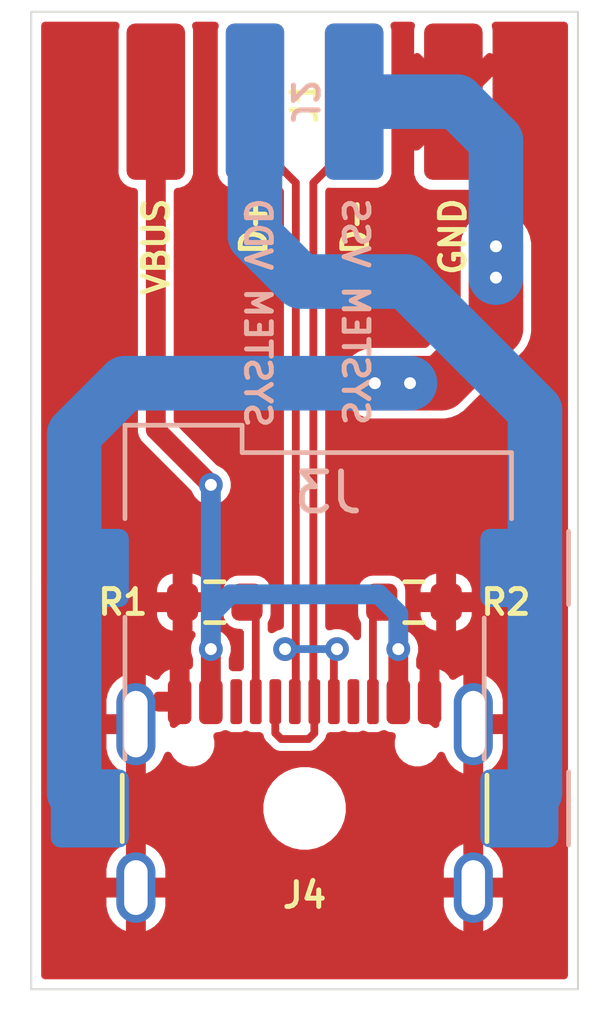
<source format=kicad_pcb>
(kicad_pcb (version 20241229) (generator "pcbnew") (generator_version "9.0")
  (layers (0 "F.Cu" signal) (2 "B.Cu" signal) (13 "F.Paste" user) (15 "B.Paste" user) (5 "F.SilkS" user "F.Silkscreen") (7 "B.SilkS" user "B.Silkscreen") (1 "F.Mask" user) (3 "B.Mask" user) (25 "Edge.Cuts" user))
  (net 0 "")
  (net 1 "VBUS")
  (net 2 "GND")
  (net 3 "/D-")
  (net 4 "/D+")
  (net 5 "SYSTEM_VSS")
  (net 6 "SYSTEM_VDD")
  (net 8 "Net-(J4-CC1)")
  (net 9 "Net-(J4-CC2)")
  (footprint "Connector_USB:USB_C_Receptacle_GCT_USB4105-xx-A_16P_TopMnt_Horizontal" (layer "F.Cu") (at 104 74.3244)
    (property "Reference" "J4" (at 0 1.27 0) (layer "F.SilkS") (effects (font (size 0.635 0.635) (thickness 0.127) (bold yes))))
    (property "Value" "USB_C_Receptacle_USB2.0_16P")
    (fp_line (start -4.67 -0.1) (end -4.67 -1.8) (stroke (width 0.12)) (layer "F.SilkS"))
    (fp_line (start 4.67 -0.1) (end 4.67 -1.8) (stroke (width 0.12)) (layer "F.SilkS"))
    (pad "" np_thru_hole circle (at -2.89 -2.605) (size 0.65 0.65) (drill 0.65) (layers "*.Cu" "*.Mask"))
    (pad "" np_thru_hole circle (at 2.89 -2.605) (size 0.65 0.65) (drill 0.65) (layers "*.Cu" "*.Mask"))
    (pad "A1" smd roundrect (at -3.2 -3.68) (size 0.6 1.15) (layers "F.Cu" "F.Mask" "F.Paste") (net 2 "GND"))
    (pad "A4" smd roundrect (at -2.4 -3.68) (size 0.6 1.15) (layers "F.Cu" "F.Mask" "F.Paste") (net 1 "VBUS"))
    (pad "A5" smd roundrect (at -1.25 -3.679999) (size 0.3 1.15) (layers "F.Cu" "F.Mask" "F.Paste") (net 8 "Net-(J4-CC1)"))
    (pad "A6" smd roundrect (at -0.25 -3.68) (size 0.3 1.15) (layers "F.Cu" "F.Mask" "F.Paste") (net 4 "/D+"))
    (pad "A7" smd roundrect (at 0.25 -3.68) (size 0.3 1.15) (layers "F.Cu" "F.Mask" "F.Paste") (net 3 "/D-"))
    (pad "A8" smd roundrect (at 1.25 -3.679999) (size 0.3 1.15) (layers "F.Cu" "F.Mask" "F.Paste"))
    (pad "A9" smd roundrect (at 2.4 -3.68) (size 0.6 1.15) (layers "F.Cu" "F.Mask" "F.Paste") (net 1 "VBUS"))
    (pad "A12" smd roundrect (at 3.2 -3.68) (size 0.6 1.15) (layers "F.Cu" "F.Mask" "F.Paste") (net 2 "GND"))
    (pad "B1" smd roundrect (at 3.2 -3.68) (size 0.6 1.15) (layers "F.Cu" "F.Mask" "F.Paste") (net 2 "GND"))
    (pad "B4" smd roundrect (at 2.4 -3.68) (size 0.6 1.15) (layers "F.Cu" "F.Mask" "F.Paste") (net 1 "VBUS"))
    (pad "B5" smd roundrect (at 1.75 -3.68) (size 0.3 1.15) (layers "F.Cu" "F.Mask" "F.Paste") (net 9 "Net-(J4-CC2)"))
    (pad "B6" smd roundrect (at 0.75 -3.68) (size 0.3 1.15) (layers "F.Cu" "F.Mask" "F.Paste") (net 4 "/D+"))
    (pad "B7" smd roundrect (at -0.75 -3.68) (size 0.3 1.15) (layers "F.Cu" "F.Mask" "F.Paste") (net 3 "/D-"))
    (pad "B8" smd roundrect (at -1.75 -3.68) (size 0.3 1.15) (layers "F.Cu" "F.Mask" "F.Paste"))
    (pad "B9" smd roundrect (at -2.4 -3.68) (size 0.6 1.15) (layers "F.Cu" "F.Mask" "F.Paste") (net 1 "VBUS"))
    (pad "B12" smd roundrect (at -3.2 -3.68) (size 0.6 1.15) (layers "F.Cu" "F.Mask" "F.Paste") (net 2 "GND"))
    (pad "S1" thru_hole oval (at -4.32 -3.105) (size 1 2.1) (drill oval 0.6 1.7) (property pad_prop_heatsink) (layers "*.Cu" "*.Mask" "F.Paste") (net 2 "GND"))
    (pad "S1" thru_hole oval (at -4.32 1.075) (size 1 1.8) (drill oval 0.6 1.4) (property pad_prop_heatsink) (layers "*.Cu" "*.Mask" "F.Paste") (net 2 "GND"))
    (pad "S1" thru_hole oval (at 4.32 -3.105) (size 1 2.1) (drill oval 0.6 1.7) (property pad_prop_heatsink) (layers "*.Cu" "*.Mask" "F.Paste") (net 2 "GND"))
    (pad "S1" thru_hole oval (at 4.32 1.075) (size 1 1.8) (drill oval 0.6 1.4) (property pad_prop_heatsink) (layers "*.Cu" "*.Mask" "F.Paste") (net 2 "GND"))
  )
  (footprint "DaughterBoard:335-10-104-00-160000" (layer "F.Cu") (at 104 55.3)
    (property "Reference" "J1" (at 0 0 90) (layer "F.SilkS") (effects (font (size 0.635 0.635) (thickness 0.127) (bold yes))))
    (property "Value" "335-10-104-00-160000")
    (pad "1" smd roundrect (at -3.81 0) (size 1.5 4) (layers "F.Cu" "F.Mask" "F.Paste") (roundrect_rratio 0.15) (net 1 "VBUS"))
    (pad "2" smd roundrect (at -1.27 0) (size 1.5 4) (layers "F.Cu" "F.Mask" "F.Paste") (roundrect_rratio 0.15) (net 4 "/D+"))
    (pad "3" smd roundrect (at 1.27 0) (size 1.5 4) (layers "F.Cu" "F.Mask" "F.Paste") (roundrect_rratio 0.15) (net 3 "/D-"))
    (pad "4" smd roundrect (at 3.81 0) (size 1.5 4) (layers "F.Cu" "F.Mask" "F.Paste") (roundrect_rratio 0.15) (net 2 "GND"))
  )
  (footprint "Resistor_SMD:R_0603_1608Metric" (layer "F.Cu") (at 106.8 68.1)
    (property "Reference" "R2" (at 1.651 0 0) (layer "F.SilkS") (effects (font (size 0.635 0.635) (thickness 0.127) (bold yes)) (justify left)))
    (property "Value" "5k1")
    (fp_line (start -0.237258 -0.5225) (end 0.237258 -0.5225) (stroke (width 0.12)) (layer "F.SilkS"))
    (fp_line (start -0.237258 0.5225) (end 0.237258 0.5225) (stroke (width 0.12)) (layer "F.SilkS"))
    (pad "1" smd roundrect (at -0.825 0) (size 0.8 0.95) (layers "F.Cu" "F.Mask" "F.Paste") (net 9 "Net-(J4-CC2)"))
    (pad "2" smd roundrect (at 0.825 0) (size 0.8 0.95) (layers "F.Cu" "F.Mask" "F.Paste") (net 2 "GND"))
  )
  (footprint "Resistor_SMD:R_0603_1608Metric" (layer "F.Cu") (at 101.7 68.1 180)
    (property "Reference" "R1" (at 1.651 0 0) (layer "F.SilkS") (effects (font (size 0.635 0.635) (thickness 0.127) (bold yes)) (justify right)))
    (property "Value" "5k1")
    (fp_line (start -0.237258 0.5225) (end 0.237258 0.5225) (stroke (width 0.12)) (layer "F.SilkS"))
    (fp_line (start -0.237258 -0.5225) (end 0.237258 -0.5225) (stroke (width 0.12)) (layer "F.SilkS"))
    (pad "1" smd roundrect (at -0.825 0 180) (size 0.8 0.95) (layers "F.Cu" "F.Mask" "F.Paste") (net 8 "Net-(J4-CC1)"))
    (pad "2" smd roundrect (at 0.825 0 180) (size 0.8 0.95) (layers "F.Cu" "F.Mask" "F.Paste") (net 2 "GND"))
  )
  (footprint "Connector_BarrelJack:BarrelJack_Wuerth_694106106102_2.0x5.5mm" (layer "B.Cu") (at 104 70.3 180)
    (property "Reference" "J3" (at -0.6 5 0) (layer "B.SilkS") (effects (justify mirror)))
    (property "Value" "Barrel_Jack")
    (fp_line (start 4.6 6.725) (end 4.6 4.335) (stroke (width 0.12)) (layer "B.SilkS"))
    (fp_line (start 4.6 6.725) (end 1.6 6.725) (stroke (width 0.12)) (layer "B.SilkS"))
    (fp_line (start 4.6 1.815) (end 4.6 -1.815) (stroke (width 0.12)) (layer "B.SilkS"))
    (fp_line (start 1.6 6.725) (end 1.6 6.025) (stroke (width 0.12)) (layer "B.SilkS"))
    (fp_line (start 1.6 6.025) (end -5.3 6.025) (stroke (width 0.12)) (layer "B.SilkS"))
    (fp_line (start -4.6 1.795) (end -4.6 -1.815) (stroke (width 0.12)) (layer "B.SilkS"))
    (fp_line (start -5.3 4.335) (end -5.3 6.025) (stroke (width 0.12)) (layer "B.SilkS"))
    (fp_line (start -6.76 4.01) (end -6.76 2.14) (stroke (width 0.12)) (layer "B.SilkS"))
    (fp_line (start -6.76 -2.14) (end -6.76 -4.01) (stroke (width 0.12)) (layer "B.SilkS"))
    (pad "" np_thru_hole circle (at 0 -3.075 180) (size 1.6 1.6) (drill 1.6) (layers "*.Cu" "*.Mask"))
    (pad "1" smd roundrect (at -5.5 -3.075 180) (size 2 2) (layers "B.Cu" "B.Mask" "B.Paste") (roundrect_rratio 0.125) (net 6 "SYSTEM_VDD"))
    (pad "1" smd roundrect (at -5.5 3.075 180) (size 2 2) (layers "B.Cu" "B.Mask" "B.Paste") (roundrect_rratio 0.125) (net 6 "SYSTEM_VDD"))
    (pad "2" smd roundrect (at 5.5 -3.075 180) (size 2 2) (layers "B.Cu" "B.Mask" "B.Paste") (roundrect_rratio 0.125) (net 5 "SYSTEM_VSS"))
    (pad "3" smd roundrect (at 5.5 3.075 180) (size 2 2) (layers "B.Cu" "B.Mask" "B.Paste") (roundrect_rratio 0.125) (net 5 "SYSTEM_VSS"))
  )
  (footprint "DaughterBoard:335-10-102-00-160000" (layer "B.Cu") (at 104 55.3 180)
    (property "Reference" "J2" (at 0 0 270) (layer "B.SilkS") (effects (font (size 0.635 0.635) (thickness 0.127) (bold yes)) (justify mirror)))
    (property "Value" "335-10-102-00-160000")
    (pad "1" smd roundrect (at -1.270001 0 180) (size 1.5 4) (layers "B.Cu" "B.Mask" "B.Paste") (roundrect_rratio 0.15) (net 5 "SYSTEM_VSS"))
    (pad "2" smd roundrect (at 1.270001 0 180) (size 1.5 4) (layers "B.Cu" "B.Mask" "B.Paste") (roundrect_rratio 0.15) (net 6 "SYSTEM_VDD"))
  )
  (gr_rect (start 97 53) (end 111 78) (stroke (width 0.05)) (fill no) (layer "Edge.Cuts"))
  (gr_text "VBUS" (at 100.2 57.7 90) (layer "F.SilkS") (effects (font (size 0.635 0.635) (thickness 0.127) (bold yes)) (justify right)))
  (gr_text "GND" (at 107.8 57.7 90) (layer "F.SilkS") (effects (font (size 0.635 0.635) (thickness 0.127) (bold yes)) (justify right)))
  (gr_text "D-" (at 105.3 57.7 90) (layer "F.SilkS") (effects (font (size 0.635 0.635) (thickness 0.127) (bold yes)) (justify right)))
  (gr_text "D+" (at 102.7 57.7 90) (layer "F.SilkS") (effects (font (size 0.635 0.635) (thickness 0.127) (bold yes)) (justify right)))
  (gr_text "SYSTEM VSS" (at 105.3 57.7 270) (layer "B.SilkS") (effects (font (size 0.635 0.635) (thickness 0.127) (bold yes)) (justify right mirror)))
  (gr_text "SYSTEM VDD" (at 102.8 57.7 270) (layer "B.SilkS") (effects (font (size 0.635 0.635) (thickness 0.127) (bold yes)) (justify right mirror)))
  (segment (start 101.6 65.1) (end 100.19 63.69) (width 0.508) (layer "F.Cu") (net 1))
  (segment (start 101.6 70.6444) (end 101.6 69.3) (width 0.508) (layer "F.Cu") (net 1))
  (segment (start 100.19 63.69) (end 100.19 55.1) (width 0.508) (layer "F.Cu") (net 1))
  (segment (start 106.4 70.6444) (end 106.4 69.3) (width 0.508) (layer "F.Cu") (net 1))
  (via (at 101.6 65.1) (size 0.6096) (drill 0.3048) (layers "F.Cu" "B.Cu") (net 1))
  (via (at 101.6 69.3) (size 0.6096) (drill 0.3048) (layers "F.Cu" "B.Cu") (net 1))
  (via (at 106.4 69.3) (size 0.6096) (drill 0.3048) (layers "F.Cu" "B.Cu") (net 1))
  (segment (start 105.9 67.9) (end 106.4 68.4) (width 0.508) (layer "B.Cu") (net 1))
  (segment (start 106.4 68.4) (end 106.4 69.3) (width 0.508) (layer "B.Cu") (net 1))
  (segment (start 101.6 69.3) (end 101.6 65.1) (width 0.508) (layer "B.Cu") (net 1))
  (segment (start 102.1 67.9) (end 105.9 67.9) (width 0.508) (layer "B.Cu") (net 1))
  (segment (start 101.6 69.3) (end 101.6 68.4) (width 0.508) (layer "B.Cu") (net 1))
  (segment (start 101.6 68.4) (end 102.1 67.9) (width 0.508) (layer "B.Cu") (net 1))
  (segment (start 99.7556 70.6444) (end 99.7 70.7) (width 0.635) (layer "F.Cu") (net 2))
  (segment (start 104.25 70.6444) (end 104.25 71.45) (width 0.2) (layer "F.Cu") (net 3))
  (segment (start 104.1 71.6) (end 103.4 71.6) (width 0.2) (layer "F.Cu") (net 3))
  (segment (start 103.4 71.6) (end 103.25 71.45) (width 0.2) (layer "F.Cu") (net 3))
  (segment (start 104.25 71.45) (end 104.1 71.6) (width 0.2) (layer "F.Cu") (net 3))
  (segment (start 105.27 56.33) (end 105.27 55.1) (width 0.2) (layer "F.Cu") (net 3))
  (segment (start 104.25 70.6444) (end 104.225 70.6194) (width 0.2) (layer "F.Cu") (net 3))
  (segment (start 104.225 57.375) (end 105.27 56.33) (width 0.2) (layer "F.Cu") (net 3))
  (segment (start 103.25 71.45) (end 103.25 70.6444) (width 0.2) (layer "F.Cu") (net 3))
  (segment (start 104.225 70.6194) (end 104.225 57.375) (width 0.2) (layer "F.Cu") (net 3))
  (segment (start 102.73 56.33) (end 102.73 55.1) (width 0.2) (layer "F.Cu") (net 4))
  (segment (start 104.8298 69.3) (end 104.825 69.3048) (width 0.2) (layer "F.Cu") (net 4))
  (segment (start 103.775 69.575) (end 103.775 69.975) (width 0.2) (layer "F.Cu") (net 4))
  (segment (start 103.775 70.6194) (end 103.75 70.6444) (width 0.2) (layer "F.Cu") (net 4))
  (segment (start 104.75 69.425) (end 104.75 70.6444) (width 0.2) (layer "F.Cu") (net 4))
  (segment (start 104.8 69.425) (end 104.75 69.425) (width 0.2) (layer "F.Cu") (net 4))
  (segment (start 103.775 69.975) (end 103.775 70.6194) (width 0.2) (layer "F.Cu") (net 4))
  (segment (start 104.825 69.4) (end 104.8 69.425) (width 0.2) (layer "F.Cu") (net 4))
  (segment (start 103.775 69.975) (end 103.775 57.375) (width 0.2) (layer "F.Cu") (net 4))
  (segment (start 103.775 57.375) (end 102.73 56.33) (width 0.2) (layer "F.Cu") (net 4))
  (segment (start 104.825 69.3048) (end 104.825 69.4) (width 0.2) (layer "F.Cu") (net 4))
  (via (at 103.5 69.3) (size 0.6096) (drill 0.3048) (layers "F.Cu" "B.Cu") (net 4))
  (via (at 104.8298 69.3) (size 0.6096) (drill 0.3048) (layers "F.Cu" "B.Cu") (net 4))
  (segment (start 104.8298 69.3) (end 103.5 69.3) (width 0.2) (layer "B.Cu") (net 4))
  (segment (start 108.9 59.8) (end 108.9 61.1) (width 1.397) (layer "F.Cu") (net 5))
  (segment (start 105.8 62.5) (end 107.5 62.5) (width 1.397) (layer "F.Cu") (net 5))
  (segment (start 107.5 62.5) (end 108.9 61.1) (width 1.397) (layer "F.Cu") (net 5))
  (segment (start 108.9 61.1) (end 108.9 59) (width 1.397) (layer "F.Cu") (net 5))
  (via (at 108.9 59.8) (size 0.6096) (drill 0.3048) (layers "F.Cu" "B.Cu") (net 5))
  (via (at 106.7 62.5) (size 0.6096) (drill 0.3048) (layers "F.Cu" "B.Cu") (net 5))
  (via (at 108.9 59) (size 0.6096) (drill 0.3048) (layers "F.Cu" "B.Cu") (net 5))
  (via (at 105.8 62.5) (size 0.6096) (drill 0.3048) (layers "F.Cu" "B.Cu") (net 5))
  (segment (start 105.8 62.5) (end 99.4 62.5) (width 1.397) (layer "B.Cu") (net 5))
  (segment (start 98.1 69) (end 98.1 67.625) (width 1.397) (layer "B.Cu") (net 5))
  (segment (start 99.4 62.5) (end 98.1 63.8) (width 1.397) (layer "B.Cu") (net 5))
  (segment (start 107.9 55.3) (end 105.270001 55.3) (width 1.397) (layer "B.Cu") (net 5))
  (segment (start 98.1 67.625) (end 98.5 67.225) (width 1.397) (layer "B.Cu") (net 5))
  (segment (start 108.9 59) (end 108.9 56.3) (width 1.397) (layer "B.Cu") (net 5))
  (segment (start 98.5 73.375) (end 98.1 72.975) (width 1.397) (layer "B.Cu") (net 5))
  (segment (start 108.9 56.3) (end 107.9 55.3) (width 1.397) (layer "B.Cu") (net 5))
  (segment (start 98.1 72.975) (end 98.1 69) (width 1.397) (layer "B.Cu") (net 5))
  (segment (start 105.8 62.5) (end 106.7 62.5) (width 1.397) (layer "B.Cu") (net 5))
  (segment (start 98.1 63.8) (end 98.1 69) (width 1.397) (layer "B.Cu") (net 5))
  (segment (start 108.9 59.8) (end 108.9 59) (width 1.397) (layer "B.Cu") (net 5))
  (segment (start 109.9 67.625) (end 109.5 67.225) (width 1.397) (layer "B.Cu") (net 6))
  (segment (start 109.9 69) (end 109.9 63.2) (width 1.397) (layer "B.Cu") (net 6))
  (segment (start 109.9 72.975) (end 109.9 69) (width 1.397) (layer "B.Cu") (net 6))
  (segment (start 106.6 59.9) (end 103.9 59.9) (width 1.397) (layer "B.Cu") (net 6))
  (segment (start 109.9 63.2) (end 106.6 59.9) (width 1.397) (layer "B.Cu") (net 6))
  (segment (start 102.729999 58.729999) (end 102.729999 55.3) (width 1.397) (layer "B.Cu") (net 6))
  (segment (start 109.5 73.375) (end 109.9 72.975) (width 1.397) (layer "B.Cu") (net 6))
  (segment (start 109.9 69) (end 109.9 67.625) (width 1.397) (layer "B.Cu") (net 6))
  (segment (start 103.9 59.9) (end 102.729999 58.729999) (width 1.397) (layer "B.Cu") (net 6))
  (segment (start 102.75 68.325) (end 102.525 68.1) (width 0.2) (layer "F.Cu") (net 8))
  (segment (start 102.75 70.644401) (end 102.75 68.325) (width 0.2) (layer "F.Cu") (net 8))
  (segment (start 105.75 70.6444) (end 105.75 68.325) (width 0.2) (layer "F.Cu") (net 9))
  (segment (start 105.75 68.325) (end 105.975 68.1) (width 0.2) (layer "F.Cu") (net 9))
  (zone (net 2) (net_name "GND") (layer "F.Cu") (connect_pads (clearance 0.2032)) (min_thickness 0.2032) (fill yes (thermal_gap 0.254) (thermal_bridge_width 0.508))
    (polygon (pts (xy 96.2 52.7) (xy 111.8 52.7) (xy 111.8 78.3) (xy 96.2 78.3)))
  )
)
</source>
